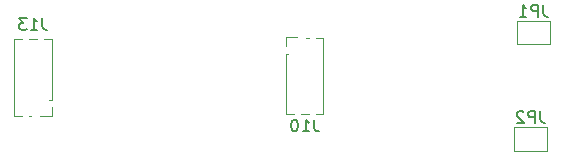
<source format=gbr>
%TF.GenerationSoftware,KiCad,Pcbnew,(6.0.4)*%
%TF.CreationDate,2022-08-24T21:10:21+09:00*%
%TF.ProjectId,robotrace_v1_main,726f626f-7472-4616-9365-5f76315f6d61,rev?*%
%TF.SameCoordinates,Original*%
%TF.FileFunction,Legend,Bot*%
%TF.FilePolarity,Positive*%
%FSLAX46Y46*%
G04 Gerber Fmt 4.6, Leading zero omitted, Abs format (unit mm)*
G04 Created by KiCad (PCBNEW (6.0.4)) date 2022-08-24 21:10:21*
%MOMM*%
%LPD*%
G01*
G04 APERTURE LIST*
%ADD10C,0.150000*%
%ADD11C,0.120000*%
G04 APERTURE END LIST*
D10*
%TO.C,JP1*%
X178833333Y-114902380D02*
X178833333Y-115616666D01*
X178880952Y-115759523D01*
X178976190Y-115854761D01*
X179119047Y-115902380D01*
X179214285Y-115902380D01*
X178357142Y-115902380D02*
X178357142Y-114902380D01*
X177976190Y-114902380D01*
X177880952Y-114950000D01*
X177833333Y-114997619D01*
X177785714Y-115092857D01*
X177785714Y-115235714D01*
X177833333Y-115330952D01*
X177880952Y-115378571D01*
X177976190Y-115426190D01*
X178357142Y-115426190D01*
X176833333Y-115902380D02*
X177404761Y-115902380D01*
X177119047Y-115902380D02*
X177119047Y-114902380D01*
X177214285Y-115045238D01*
X177309523Y-115140476D01*
X177404761Y-115188095D01*
%TO.C,J10*%
X159444523Y-124627380D02*
X159444523Y-125341666D01*
X159492142Y-125484523D01*
X159587380Y-125579761D01*
X159730238Y-125627380D01*
X159825476Y-125627380D01*
X158444523Y-125627380D02*
X159015952Y-125627380D01*
X158730238Y-125627380D02*
X158730238Y-124627380D01*
X158825476Y-124770238D01*
X158920714Y-124865476D01*
X159015952Y-124913095D01*
X157825476Y-124627380D02*
X157730238Y-124627380D01*
X157635000Y-124675000D01*
X157587380Y-124722619D01*
X157539761Y-124817857D01*
X157492142Y-125008333D01*
X157492142Y-125246428D01*
X157539761Y-125436904D01*
X157587380Y-125532142D01*
X157635000Y-125579761D01*
X157730238Y-125627380D01*
X157825476Y-125627380D01*
X157920714Y-125579761D01*
X157968333Y-125532142D01*
X158015952Y-125436904D01*
X158063571Y-125246428D01*
X158063571Y-125008333D01*
X158015952Y-124817857D01*
X157968333Y-124722619D01*
X157920714Y-124675000D01*
X157825476Y-124627380D01*
%TO.C,J13*%
X136424523Y-116027380D02*
X136424523Y-116741666D01*
X136472142Y-116884523D01*
X136567380Y-116979761D01*
X136710238Y-117027380D01*
X136805476Y-117027380D01*
X135424523Y-117027380D02*
X135995952Y-117027380D01*
X135710238Y-117027380D02*
X135710238Y-116027380D01*
X135805476Y-116170238D01*
X135900714Y-116265476D01*
X135995952Y-116313095D01*
X135091190Y-116027380D02*
X134472142Y-116027380D01*
X134805476Y-116408333D01*
X134662619Y-116408333D01*
X134567380Y-116455952D01*
X134519761Y-116503571D01*
X134472142Y-116598809D01*
X134472142Y-116836904D01*
X134519761Y-116932142D01*
X134567380Y-116979761D01*
X134662619Y-117027380D01*
X134948333Y-117027380D01*
X135043571Y-116979761D01*
X135091190Y-116932142D01*
%TO.C,JP2*%
X178583333Y-123902380D02*
X178583333Y-124616666D01*
X178630952Y-124759523D01*
X178726190Y-124854761D01*
X178869047Y-124902380D01*
X178964285Y-124902380D01*
X178107142Y-124902380D02*
X178107142Y-123902380D01*
X177726190Y-123902380D01*
X177630952Y-123950000D01*
X177583333Y-123997619D01*
X177535714Y-124092857D01*
X177535714Y-124235714D01*
X177583333Y-124330952D01*
X177630952Y-124378571D01*
X177726190Y-124426190D01*
X178107142Y-124426190D01*
X177154761Y-123997619D02*
X177107142Y-123950000D01*
X177011904Y-123902380D01*
X176773809Y-123902380D01*
X176678571Y-123950000D01*
X176630952Y-123997619D01*
X176583333Y-124092857D01*
X176583333Y-124188095D01*
X176630952Y-124330952D01*
X177202380Y-124902380D01*
X176583333Y-124902380D01*
D11*
%TO.C,JP1*%
X176600000Y-118250000D02*
X179400000Y-118250000D01*
X176600000Y-116250000D02*
X176600000Y-118250000D01*
X179400000Y-118250000D02*
X179400000Y-116250000D01*
X179400000Y-116250000D02*
X176600000Y-116250000D01*
%TO.C,J10*%
X157240000Y-119035000D02*
X157050000Y-119035000D01*
X157050000Y-117640000D02*
X157050000Y-118400000D01*
X158000000Y-117640000D02*
X157050000Y-117640000D01*
X160220000Y-124175000D02*
X159577530Y-124175000D01*
X160220000Y-117705000D02*
X160220000Y-124175000D01*
X158962470Y-124175000D02*
X158307530Y-124175000D01*
X157050000Y-119035000D02*
X157050000Y-124175000D01*
X158962470Y-117705000D02*
X158760000Y-117705000D01*
X157692470Y-124175000D02*
X157050000Y-124175000D01*
X160220000Y-117705000D02*
X159577530Y-117705000D01*
%TO.C,J13*%
X135287530Y-124295000D02*
X135490000Y-124295000D01*
X137200000Y-122965000D02*
X137200000Y-117825000D01*
X137010000Y-122965000D02*
X137200000Y-122965000D01*
X134030000Y-124295000D02*
X134672470Y-124295000D01*
X134030000Y-124295000D02*
X134030000Y-117825000D01*
X134030000Y-117825000D02*
X134672470Y-117825000D01*
X136250000Y-124360000D02*
X137200000Y-124360000D01*
X137200000Y-124360000D02*
X137200000Y-123600000D01*
X136557530Y-117825000D02*
X137200000Y-117825000D01*
X135287530Y-117825000D02*
X135942470Y-117825000D01*
%TO.C,JP2*%
X179150000Y-125250000D02*
X176350000Y-125250000D01*
X179150000Y-127250000D02*
X179150000Y-125250000D01*
X176350000Y-125250000D02*
X176350000Y-127250000D01*
X176350000Y-127250000D02*
X179150000Y-127250000D01*
%TD*%
M02*

</source>
